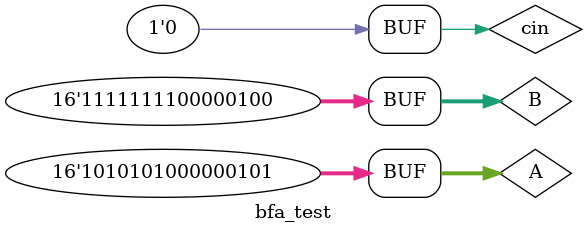
<source format=v>
module bfa_test;

	reg [15:0] A;
	reg [15:0] B;
	reg cin;
	wire [15:0] Y_fba;
	wire [15:0] Y_cra;;
	wire cout_fba;
	wire cout_cra;
	
	
	initial begin
	
	A = 16'h0000;
	B = 16'h0000;
	cin = 0;
	//Y = 16'h0000;
	#10
	B = 16'hFFFF;
	//Y = 16'FFFF;
	#10
	A = 16'hAA55;
	//Y = 16'h A9FF;
	//cout = 1
	#10
	A = 16'hAA05;
	B = 16'hFF04;
	//Y = 16'h A9F7
	
	
	end
	
	fba_adder adder_appr (.A(A), .B(B), .cin(cin), .cout(cout_fba), .Y(Y_fba));
	cra_adder adder_accu (.A(A), .B(B), .cin(cin), .cout(cout_cra), .Y(Y_cra));
	
endmodule

</source>
